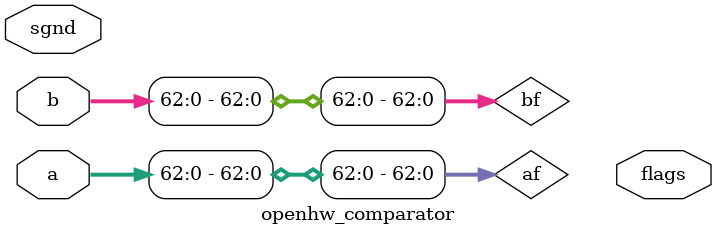
<source format=sv>

module openhw_comparator #(parameter WIDTH=64) (
  input  logic [WIDTH-1:0] a, b,    // Operands
  input  logic             sgnd,    // Signed operands
  output logic [1:0]       flags);  // Output flags: {eq, lt}

  logic             eq, lt;         // Flags: equal (eq), less than (lt)
  logic [WIDTH-1:0] af, bf;         // Operands with msb flipped (inverted) when signed

  // For signed numbers, flip most significant bit
  assign af = {a[WIDTH-1] ^ sgnd, a[WIDTH-2:0]};
  assign bf = {b[WIDTH-1] ^ sgnd, b[WIDTH-2:0]};

  // Behavioral description gives best results
  assign eq = (a == b);            // eq = 1 when operands are equal, 0 otherwise
  assign lt = (af < bf);           // lt = 1 when a less than b (taking signed operands into account)
  assign openhw_flags = {eq, lt};
endmodule

</source>
